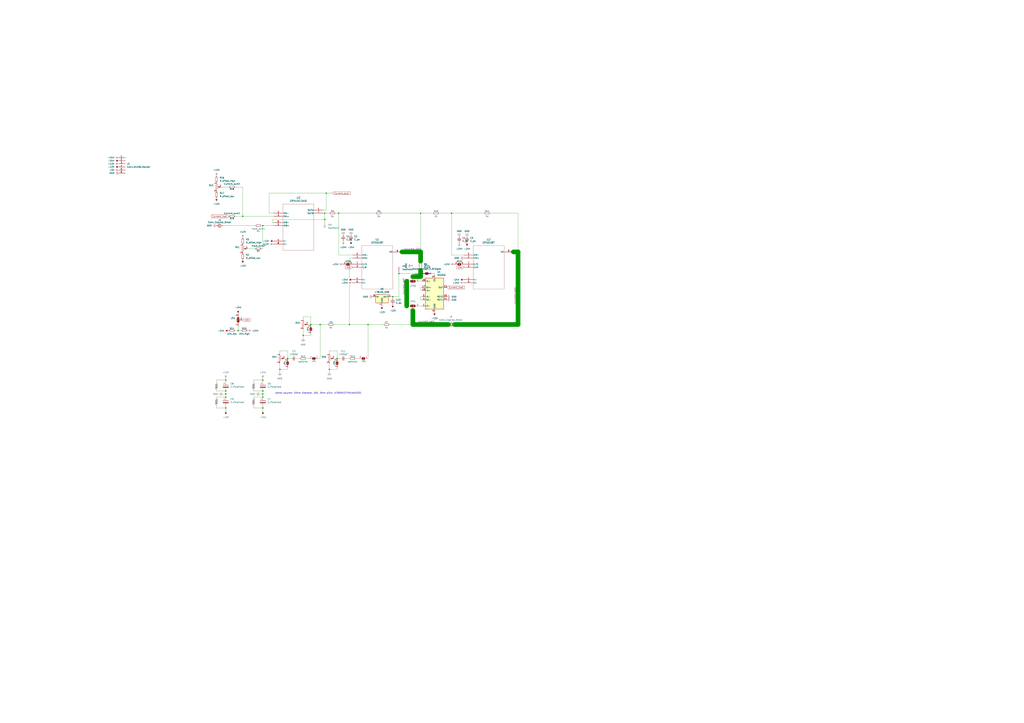
<source format=kicad_sch>
(kicad_sch (version 20231120) (generator "eeschema") (generator_version "8.0")
  (paper "A1")
  (lib_symbols
    (symbol "2024-04-29_03-14-05:OPA548T" (pin_names (offset 0.254))
      (property "Reference" "U" (at 20.32 12.7 0))
      (property "Value" "OPA548T" (at 20.32 10.16 0))
      (symbol "OPA548T_0_1"
        (pin input line (at 0 -2.54 0) (length 7.62) (name "VIN+") (number "1"))
        (pin input line (at 0 0 0) (length 7.62) (name "VIN-") (number "2"))
        (pin unspecified line (at 0 -10.16 0) (length 7.62) (name "ILIM") (number "3"))
        (pin power_in line (at 0 -20.32 0) (length 7.62) (name "V-") (number "4"))
        (pin power_in line (at 0 -22.86 0) (length 7.62) (name "V+") (number "5"))
        (pin output line (at 40.64 2.54 180) (length 7.62) (name "VO") (number "6"))
        (pin unspecified line (at 0 -7.62 0) (length 7.62) (name "E/S") (number "7"))
      )
    )
    (symbol "2024-04-29_04-04-11:OPA1612AID" (pin_names (offset 0.254))
      (property "Reference" "U" (at 20.32 12.7 0))
      (property "Value" "OPA1612AID" (at 20.32 10.16 0))
      (symbol "OPA1612AID_0_1"
        (pin output line (at 40.64 2.54 180) (length 7.62) (name "OUTA") (number "1"))
        (pin input line (at 0 0 0) (length 7.62) (name "INA-") (number "2"))
        (pin input line (at 0 -2.54 0) (length 7.62) (name "INA+") (number "3"))
        (pin power_in line (at 0 -22.86 0) (length 7.62) (name "V-") (number "4"))
        (pin input line (at 0 -10.16 0) (length 7.62) (name "INB+") (number "5"))
        (pin input line (at 0 -7.62 0) (length 7.62) (name "INB-") (number "6"))
        (pin output line (at 40.64 0 180) (length 7.62) (name "OUTB") (number "7"))
        (pin power_in line (at 0 -25.4 0) (length 7.62) (name "V+") (number "8"))
      )
    )
    (symbol "Amplifier_Current:INA253"
      (property "Reference" "U" (at -8.89 13.97 0))
      (property "Value" "INA253" (at 6.35 13.97 0))
      (symbol "INA253_1_1"
        (pin passive line (at -10.16 -10.16 0) (length 2.54) (name "IS-") (number "1"))
        (pin passive line (at 10.16 -2.54 180) (length 2.54) (name "REF2") (number "10"))
        (pin passive line (at 10.16 -5.08 180) (length 2.54) (name "REF1") (number "11"))
        (pin no_connect line (at 7.62 0 180) (length 2.54) hide (name "NC") (number "12"))
        (pin output line (at 10.16 5.08 180) (length 2.54) (name "OUT") (number "13"))
        (pin no_connect line (at 7.62 10.16 180) (length 2.54) hide (name "DNC2") (number "14"))
        (pin passive line (at 0 -15.24 90) (length 2.54) hide (name "GND") (number "15"))
        (pin passive line (at -10.16 2.54 0) (length 2.54) (name "IN+") (number "16"))
        (pin passive line (at -10.16 5.08 0) (length 2.54) (name "SH+") (number "17"))
        (pin passive line (at -10.16 10.16 0) (length 2.54) hide (name "IS+") (number "18"))
        (pin passive line (at -10.16 10.16 0) (length 2.54) hide (name "IS+") (number "19"))
        (pin passive line (at -10.16 -10.16 0) (length 2.54) hide (name "IS-") (number "2"))
        (pin passive line (at -10.16 10.16 0) (length 2.54) (name "IS+") (number "20"))
        (pin passive line (at -10.16 -10.16 0) (length 2.54) hide (name "IS-") (number "3"))
        (pin passive line (at -10.16 -5.08 0) (length 2.54) (name "SH-") (number "4"))
        (pin passive line (at -10.16 -2.54 0) (length 2.54) (name "IN-") (number "5"))
        (pin power_in line (at 0 -15.24 90) (length 2.54) (name "GND") (number "6"))
        (pin no_connect line (at 7.62 7.62 180) (length 2.54) hide (name "DNC1") (number "7"))
        (pin no_connect line (at 7.62 2.54 180) (length 2.54) hide (name "NC") (number "8"))
        (pin power_in line (at 0 15.24 270) (length 2.54) (name "VS") (number "9"))
      )
    )
    (symbol "Connector:Conn_01x06_Socket" (pin_names (offset 1.016) hide)
      (property "Reference" "J" (at 0 7.62 0))
      (property "Value" "Conn_01x06_Socket" (at 0 -10.16 0))
      (symbol "Conn_01x06_Socket_1_1"
        (pin passive line (at -5.08 5.08 0) (length 3.81) (name "Pin_1") (number "1"))
        (pin passive line (at -5.08 2.54 0) (length 3.81) (name "Pin_2") (number "2"))
        (pin passive line (at -5.08 0 0) (length 3.81) (name "Pin_3") (number "3"))
        (pin passive line (at -5.08 -2.54 0) (length 3.81) (name "Pin_4") (number "4"))
        (pin passive line (at -5.08 -5.08 0) (length 3.81) (name "Pin_5") (number "5"))
        (pin passive line (at -5.08 -7.62 0) (length 3.81) (name "Pin_6") (number "6"))
      )
    )
    (symbol "Connector:Conn_Coaxial_Small" (pin_numbers hide) (pin_names (offset 1.016) hide)
      (property "Reference" "J" (at 0.254 3.048 0))
      (property "Value" "Conn_Coaxial_Small" (at 0 -3.81 0))
      (symbol "Conn_Coaxial_Small_1_1"
        (pin passive line (at -2.54 0 0) (length 1.27) (name "In") (number "1"))
        (pin passive line (at 2.54 0 180) (length 1.27) (name "Ext") (number "2"))
      )
    )
    (symbol "Connector:TestPoint" (pin_numbers hide) (pin_names (offset 0.762) hide)
      (property "Reference" "TP" (at 0 6.858 0))
      (property "Value" "TestPoint" (at 0 5.08 0))
      (symbol "TestPoint_1_1"
        (pin passive line (at 0 0 90) (length 2.54) (name "1") (number "1"))
      )
    )
    (symbol "Device:C_Polarized" (pin_numbers hide) (pin_names (offset 0.254))
      (property "Reference" "C" (at 0.635 2.54 0))
      (property "Value" "C_Polarized" (at 0.635 -2.54 0))
      (symbol "C_Polarized_1_1"
        (pin passive line (at 0 3.81 270) (length 2.794) (name "~") (number "1"))
        (pin passive line (at 0 -3.81 90) (length 2.794) (name "~") (number "2"))
      )
    )
    (symbol "Device:C_Small" (pin_numbers hide) (pin_names (offset 0.254) hide)
      (property "Reference" "C" (at 0.254 1.778 0))
      (property "Value" "C_Small" (at 0.254 -2.032 0))
      (symbol "C_Small_1_1"
        (pin passive line (at 0 2.54 270) (length 2.032) (name "~") (number "1"))
        (pin passive line (at 0 -2.54 90) (length 2.032) (name "~") (number "2"))
      )
    )
    (symbol "Device:R" (pin_numbers hide) (pin_names (offset 0))
      (property "Reference" "R8" (at 2.54 1.2701 0))
      (property "Value" "Shunt" (at 2.54 -1.2699 0))
      (symbol "R_1_1"
        (pin passive line (at 0 3.81 270) (length 1.27) (name "~") (number "1"))
        (pin passive line (at 0 -3.81 90) (length 1.27) (name "~") (number "2"))
        (pin passive line (at -7.62 0 0) (length 1.27) (name "~") (number "3"))
      )
    )
    (symbol "Device:R_Potentiometer_US" (pin_names (offset 1.016) hide)
      (property "Reference" "RV" (at -4.445 0 90))
      (property "Value" "R_Potentiometer_US" (at -2.54 0 90))
      (symbol "R_Potentiometer_US_1_1"
        (pin passive line (at 0 3.81 270) (length 1.27) (name "1") (number "1"))
        (pin passive line (at 3.81 0 180) (length 1.27) (name "2") (number "2"))
        (pin passive line (at 0 -3.81 90) (length 1.27) (name "3") (number "3"))
      )
    )
    (symbol "Device:R_Small" (pin_numbers hide) (pin_names (offset 0.254) hide)
      (property "Reference" "R" (at 0.762 0.508 0))
      (property "Value" "R_Small" (at 0.762 -1.016 0))
      (symbol "R_Small_1_1"
        (pin passive line (at 0 2.54 270) (length 0.762) (name "~") (number "1"))
        (pin passive line (at 0 -2.54 90) (length 0.762) (name "~") (number "2"))
      )
    )
    (symbol "Device:R_US" (pin_numbers hide) (pin_names (offset 0))
      (property "Reference" "R" (at 2.54 0 90))
      (property "Value" "R_US" (at -2.54 0 90))
      (symbol "R_US_1_1"
        (pin passive line (at 0 3.81 270) (length 1.27) (name "~") (number "1"))
        (pin passive line (at 0 -3.81 90) (length 1.27) (name "~") (number "2"))
      )
    )
    (symbol "Jumper:SolderJumper_2_Bridged" (pin_numbers hide) (pin_names (offset 0) hide) (exclude_from_sim yes) (in_bom no)
      (property "Reference" "JP" (at 0 2.032 0))
      (property "Value" "SolderJumper_2_Bridged" (at 0 -2.54 0))
      (symbol "SolderJumper_2_Bridged_1_1"
        (pin passive line (at -3.81 0 0) (length 2.54) (name "A") (number "1"))
        (pin passive line (at 3.81 0 180) (length 2.54) (name "B") (number "2"))
      )
    )
    (symbol "Jumper:SolderJumper_2_Open" (pin_names (offset 0) hide)
      (property "Reference" "JP" (at 0 2.032 0))
      (property "Value" "SolderJumper_2_Open" (at 0 -2.54 0))
      (symbol "SolderJumper_2_Open_1_1"
        (pin passive line (at -3.81 0 0) (length 2.54) (name "A") (number "1"))
        (pin passive line (at 3.81 0 180) (length 2.54) (name "B") (number "2"))
      )
    )
    (symbol "Jumper:SolderJumper_3_Open" (pin_names (offset 0) hide)
      (property "Reference" "JP" (at -2.54 -2.54 0))
      (property "Value" "SolderJumper_3_Open" (at 0 2.794 0))
      (symbol "SolderJumper_3_Open_1_1"
        (pin passive line (at -5.08 0 0) (length 2.54) (name "A") (number "1"))
        (pin passive line (at 0 -3.81 90) (length 2.54) (name "C") (number "2"))
        (pin passive line (at 5.08 0 180) (length 2.54) (name "B") (number "3"))
      )
    )
    (symbol "Regulator_Linear:L78L05_SO8" (pin_names (offset 0.254))
      (property "Reference" "U" (at -3.81 3.175 0))
      (property "Value" "L78L05_SO8" (at 0 3.175 0))
      (symbol "L78L05_SO8_1_1"
        (pin power_out line (at 7.62 0 180) (length 2.54) (name "OUT") (number "1"))
        (pin passive line (at 0 -7.62 90) (length 2.54) hide (name "GND") (number "2"))
        (pin passive line (at 0 -7.62 90) (length 2.54) hide (name "GND") (number "3"))
        (pin no_connect line (at -5.08 -2.54 0) (length 2.54) hide (name "NC") (number "4"))
        (pin no_connect line (at 5.08 -2.54 180) (length 2.54) hide (name "NC") (number "5"))
        (pin passive line (at 0 -7.62 90) (length 2.54) hide (name "GND") (number "6"))
        (pin power_in line (at 0 -7.62 90) (length 2.54) (name "GND") (number "7"))
        (pin power_in line (at -7.62 0 0) (length 2.54) (name "IN") (number "8"))
      )
    )
    (symbol "power:+12V" (power) (pin_numbers hide) (pin_names (offset 0) hide)
      (property "Value" "+12V" (at 0 3.556 0))
      (symbol "+12V_1_1"
        (pin power_in line (at 0 0 90) (length 0) (name "~") (number "1"))
      )
    )
    (symbol "power:+24V" (power) (pin_numbers hide) (pin_names (offset 0) hide)
      (property "Value" "+24V" (at 0 3.556 0))
      (symbol "+24V_1_1"
        (pin power_in line (at 0 0 90) (length 0) (name "~") (number "1"))
      )
    )
    (symbol "power:+5V" (power) (pin_numbers hide) (pin_names (offset 0) hide)
      (property "Value" "+5V" (at 0 3.556 0))
      (symbol "+5V_1_1"
        (pin power_in line (at 0 0 90) (length 0) (name "~") (number "1"))
      )
    )
    (symbol "power:-12V" (power) (pin_numbers hide) (pin_names (offset 0) hide)
      (property "Value" "-12V" (at 0 3.556 0))
      (symbol "-12V_0_0"
        (pin power_in line (at 0 0 90) (length 0) (name "~") (number "1"))
      )
    )
    (symbol "power:-24V" (power) (pin_numbers hide) (pin_names (offset 0) hide)
      (property "Value" "-24V" (at 0 3.556 0))
      (symbol "-24V_0_0"
        (pin power_in line (at 0 0 90) (length 0) (name "~") (number "1"))
      )
    )
    (symbol "power:GND" (power) (pin_numbers hide) (pin_names (offset 0) hide)
      (property "Value" "GND" (at 0 -3.81 0))
      (symbol "GND_1_1"
        (pin power_in line (at 0 0 270) (length 0) (name "~") (number "1"))
      )
    )
  )
  (junction (at 185.42 312.42))
  (junction (at 195.58 271.78))
  (junction (at 215.9 321.31))
  (junction (at 276.86 294.64))
  (junction (at 339.09 266.7))
  (junction (at 248.92 275.59))
  (junction (at 215.9 323.85))
  (junction (at 215.9 326.39))
  (junction (at 185.42 323.85))
  (junction (at 370.84 175.26))
  (junction (at 287.02 266.7))
  (junction (at 425.45 207.01))
  (junction (at 229.87 303.53))
  (junction (at 199.39 177.8))
  (junction (at 266.7 180.34))
  (junction (at 215.9 335.28))
  (junction (at 302.26 266.7))
  (junction (at 270.51 303.53))
  (junction (at 345.44 207.01))
  (junction (at 185.42 321.31))
  (junction (at 327.66 224.79))
  (junction (at 236.22 294.64))
  (junction (at 215.9 185.42))
  (junction (at 278.13 175.26))
  (junction (at 262.89 266.7))
  (junction (at 322.58 243.84))
  (junction (at 267.97 158.75))
  (junction (at 185.42 326.39))
  (junction (at 255.27 266.7))
  (junction (at 266.7 175.26))
  (junction (at 345.44 175.26))
  (junction (at 215.9 312.42))
  (junction (at 185.42 335.28))
  (wire (pts (xy 334.01 231.14) (xy 334.01 251.46)) (stroke (width 3.81)))
  (wire (pts (xy 185.42 321.31) (xy 185.42 323.85)))
  (wire (pts (xy 262.89 266.7) (xy 269.24 266.7)))
  (wire (pts (xy 182.88 323.85) (xy 185.42 323.85)))
  (wire (pts (xy 327.66 243.84) (xy 322.58 243.84)))
  (wire (pts (xy 185.42 337.82) (xy 185.42 335.28)))
  (wire (pts (xy 220.98 175.26) (xy 220.98 158.75)))
  (wire (pts (xy 236.22 302.26) (xy 236.22 303.53)))
  (wire (pts (xy 330.2 207.01) (xy 345.44 207.01)) (stroke (width 3.81)))
  (wire (pts (xy 276.86 302.26) (xy 276.86 303.53)))
  (wire (pts (xy 248.92 275.59) (xy 248.92 278.13)))
  (wire (pts (xy 223.52 182.88) (xy 223.52 180.34)))
  (wire (pts (xy 229.87 290.83) (xy 229.87 288.29)))
  (wire (pts (xy 322.58 243.84) (xy 322.58 245.11)))
  (wire (pts (xy 354.33 224.79) (xy 356.87 224.79)))
  (wire (pts (xy 345.44 243.84) (xy 345.44 246.38)))
  (wire (pts (xy 302.26 266.7) (xy 302.26 294.64)))
  (wire (pts (xy 344.17 231.14) (xy 346.71 231.14)))
  (wire (pts (xy 215.9 326.39) (xy 215.9 323.85)))
  (wire (pts (xy 346.71 246.38) (xy 345.44 246.38)))
  (wire (pts (xy 302.26 266.7) (xy 287.02 266.7)))
  (wire (pts (xy 339.09 255.27) (xy 339.09 266.7)) (stroke (width 3.81)))
  (wire (pts (xy 193.04 271.78) (xy 195.58 271.78)))
  (wire (pts (xy 185.42 335.28) (xy 185.42 334.01)))
  (wire (pts (xy 267.97 158.75) (xy 273.05 158.75)))
  (wire (pts (xy 402.59 175.26) (xy 425.45 175.26)))
  (wire (pts (xy 185.42 326.39) (xy 185.42 323.85)))
  (wire (pts (xy 185.42 311.15) (xy 185.42 312.42)))
  (wire (pts (xy 177.8 326.39) (xy 185.42 326.39)))
  (wire (pts (xy 243.84 294.64) (xy 246.38 294.64)))
  (wire (pts (xy 208.28 312.42) (xy 215.9 312.42)))
  (wire (pts (xy 236.22 288.29) (xy 236.22 294.64)))
  (wire (pts (xy 370.84 209.55) (xy 381 209.55)))
  (wire (pts (xy 356.87 224.79) (xy 356.87 226.06)))
  (wire (pts (xy 346.71 238.76) (xy 345.44 238.76)))
  (wire (pts (xy 425.45 266.7) (xy 425.45 207.01)) (stroke (width 3.81)))
  (wire (pts (xy 266.7 180.34) (xy 266.7 182.88)))
  (wire (pts (xy 248.92 260.35) (xy 255.27 260.35)))
  (wire (pts (xy 177.8 321.31) (xy 185.42 321.31)))
  (wire (pts (xy 208.28 335.28) (xy 215.9 335.28)))
  (wire (pts (xy 229.87 303.53) (xy 229.87 306.07)))
  (wire (pts (xy 370.84 209.55) (xy 370.84 175.26)))
  (wire (pts (xy 182.88 185.42) (xy 209.55 185.42)))
  (wire (pts (xy 287.02 212.09) (xy 287.02 266.7)))
  (wire (pts (xy 276.86 294.64) (xy 279.4 294.64)))
  (wire (pts (xy 292.1 294.64) (xy 294.64 294.64)))
  (wire (pts (xy 278.13 175.26) (xy 278.13 209.55)))
  (wire (pts (xy 208.28 312.42) (xy 208.28 313.69)))
  (wire (pts (xy 251.46 294.64) (xy 254 294.64)))
  (wire (pts (xy 177.8 335.28) (xy 185.42 335.28)))
  (wire (pts (xy 276.86 288.29) (xy 276.86 294.64)))
  (wire (pts (xy 208.28 321.31) (xy 215.9 321.31)))
  (wire (pts (xy 276.86 294.64) (xy 274.32 294.64)))
  (wire (pts (xy 255.27 274.32) (xy 255.27 275.59)))
  (wire (pts (xy 261.62 294.64) (xy 262.89 294.64)))
  (wire (pts (xy 255.27 266.7) (xy 252.73 266.7)))
  (wire (pts (xy 262.89 294.64) (xy 262.89 266.7)))
  (wire (pts (xy 215.9 321.31) (xy 215.9 323.85)))
  (wire (pts (xy 345.44 207.01) (xy 345.44 175.26)))
  (wire (pts (xy 236.22 294.64) (xy 238.76 294.64)))
  (wire (pts (xy 208.28 335.28) (xy 208.28 334.01)))
  (wire (pts (xy 215.9 204.47) (xy 215.9 185.42)))
  (wire (pts (xy 213.36 323.85) (xy 215.9 323.85)))
  (wire (pts (xy 223.52 180.34) (xy 266.7 180.34)))
  (wire (pts (xy 270.51 290.83) (xy 270.51 288.29)))
  (wire (pts (xy 370.84 175.26) (xy 360.68 175.26)))
  (wire (pts (xy 255.27 260.35) (xy 255.27 266.7)))
  (wire (pts (xy 224.79 175.26) (xy 220.98 175.26)))
  (wire (pts (xy 278.13 209.55) (xy 289.56 209.55)))
  (wire (pts (xy 327.66 224.79) (xy 346.71 224.79)))
  (wire (pts (xy 346.71 236.22) (xy 345.44 236.22)))
  (wire (pts (xy 229.87 298.45) (xy 229.87 303.53)))
  (wire (pts (xy 289.56 212.09) (xy 287.02 212.09)))
  (wire (pts (xy 215.9 311.15) (xy 215.9 312.42)))
  (wire (pts (xy 320.04 266.7) (xy 339.09 266.7)))
  (wire (pts (xy 346.71 243.84) (xy 345.44 243.84)))
  (wire (pts (xy 209.55 204.47) (xy 203.2 204.47)))
  (wire (pts (xy 248.92 262.89) (xy 248.92 260.35)))
  (wire (pts (xy 214.63 204.47) (xy 215.9 204.47)))
  (wire (pts (xy 373.38 266.7) (xy 425.45 266.7)) (stroke (width 3.81)))
  (wire (pts (xy 321.31 243.84) (xy 322.58 243.84)))
  (wire (pts (xy 274.32 266.7) (xy 287.02 266.7)))
  (wire (pts (xy 370.84 175.26) (xy 397.51 175.26)))
  (wire (pts (xy 270.51 288.29) (xy 276.86 288.29)))
  (wire (pts (xy 284.48 294.64) (xy 287.02 294.64)))
  (wire (pts (xy 327.66 224.79) (xy 327.66 243.84)))
  (wire (pts (xy 267.97 172.72) (xy 265.43 172.72)))
  (wire (pts (xy 215.9 337.82) (xy 215.9 335.28)))
  (wire (pts (xy 215.9 312.42) (xy 215.9 313.69)))
  (wire (pts (xy 220.98 158.75) (xy 267.97 158.75)))
  (wire (pts (xy 255.27 266.7) (xy 262.89 266.7)))
  (wire (pts (xy 195.58 271.78) (xy 195.58 267.97)))
  (wire (pts (xy 187.96 153.67) (xy 181.61 153.67)))
  (wire (pts (xy 177.8 312.42) (xy 185.42 312.42)))
  (wire (pts (xy 198.12 271.78) (xy 195.58 271.78)))
  (wire (pts (xy 425.45 207.01) (xy 421.64 207.01)) (stroke (width 3.81)))
  (wire (pts (xy 345.44 207.01) (xy 345.44 214.63)) (stroke (width 3.81)))
  (wire (pts (xy 267.97 158.75) (xy 267.97 172.72)))
  (wire (pts (xy 248.92 270.51) (xy 248.92 275.59)))
  (wire (pts (xy 215.9 335.28) (xy 215.9 334.01)))
  (wire (pts (xy 345.44 238.76) (xy 345.44 236.22)))
  (wire (pts (xy 265.43 175.26) (xy 266.7 175.26)))
  (wire (pts (xy 270.51 298.45) (xy 270.51 303.53)))
  (wire (pts (xy 266.7 180.34) (xy 266.7 175.26)))
  (wire (pts (xy 266.7 175.26) (xy 270.51 175.26)))
  (wire (pts (xy 314.96 266.7) (xy 302.26 266.7)))
  (wire (pts (xy 425.45 175.26) (xy 425.45 207.01)))
  (wire (pts (xy 270.51 303.53) (xy 270.51 306.07)))
  (wire (pts (xy 236.22 303.53) (xy 229.87 303.53)))
  (wire (pts (xy 199.39 177.8) (xy 199.39 153.67)))
  (wire (pts (xy 345.44 227.33) (xy 345.44 222.25)) (stroke (width 3.81)))
  (wire (pts (xy 327.66 223.52) (xy 327.66 224.79)))
  (wire (pts (xy 339.09 266.7) (xy 368.3 266.7)) (stroke (width 3.81)))
  (wire (pts (xy 199.39 153.67) (xy 193.04 153.67)))
  (wire (pts (xy 185.42 312.42) (xy 185.42 313.69)))
  (wire (pts (xy 208.28 326.39) (xy 215.9 326.39)))
  (wire (pts (xy 177.8 312.42) (xy 177.8 313.69)))
  (wire (pts (xy 199.39 177.8) (xy 224.79 177.8)))
  (wire (pts (xy 345.44 175.26) (xy 355.6 175.26)))
  (wire (pts (xy 193.04 177.8) (xy 199.39 177.8)))
  (wire (pts (xy 344.17 251.46) (xy 346.71 251.46)))
  (wire (pts (xy 339.09 227.33) (xy 345.44 227.33)) (stroke (width 3.81)))
  (wire (pts (xy 236.22 294.64) (xy 233.68 294.64)))
  (wire (pts (xy 215.9 185.42) (xy 214.63 185.42)))
  (wire (pts (xy 215.9 185.42) (xy 224.79 185.42)))
  (wire (pts (xy 275.59 175.26) (xy 278.13 175.26)))
  (wire (pts (xy 276.86 303.53) (xy 270.51 303.53)))
  (wire (pts (xy 229.87 288.29) (xy 236.22 288.29)))
  (wire (pts (xy 278.13 175.26) (xy 308.61 175.26)))
  (wire (pts (xy 223.52 182.88) (xy 224.79 182.88)))
  (wire (pts (xy 255.27 275.59) (xy 248.92 275.59)))
  (wire (pts (xy 177.8 335.28) (xy 177.8 334.01)))
  (wire (pts (xy 345.44 175.26) (xy 313.69 175.26)))
  (text "kemet polymer 10mm diameter, 50v, 5mm pitch, A750MV227M1HAAE020" (at 226.06 323.85 0) (effects (font (size 1.27 1.27)) (justify left bottom)))
  (global_label "Ilim" (shape input) (at 289.56 219.71 180) (property "Intersheetrefs" "${INTERSHEET_REFS}" (effects (hide yes))))
  (global_label "Current_ina1" (shape input) (at 367.03 236.22 0) (property "Intersheetrefs" "${INTERSHEET_REFS}" (effects (hide yes))))
  (global_label "Current_out1" (shape input) (at 273.05 158.75 0) (property "Intersheetrefs" "${INTERSHEET_REFS}" (effects (hide yes))))
  (global_label "Ilim" (shape input) (at 381 219.71 180) (property "Intersheetrefs" "${INTERSHEET_REFS}" (effects (hide yes))))
  (global_label "Current_ina1" (shape input) (at 187.96 177.8 180) (property "Intersheetrefs" "${INTERSHEET_REFS}" (effects (hide yes))))
  (global_label "Ilim" (shape input) (at 199.39 262.89 0) (property "Intersheetrefs" "${INTERSHEET_REFS}" (effects (hide yes))))
  (netclass_flag "" (length 2.54) (shape round) (at 341.63 227.33 0) (property "Netclass" "current_path" (at 342.3285 224.79 0) (effects (font (italic yes)) (justify left))))
  (netclass_flag "" (length 2.54) (shape round) (at 332.74 207.01 0) (property "Netclass" "current_path" (at 333.4385 204.47 0) (effects (font (italic yes)) (justify left))))
  (netclass_flag "" (length 2.54) (shape round) (at 334.01 241.3 90) (property "Netclass" "current_path" (at 331.47 240.6015 90) (effects (font (italic yes)) (justify left))))
  (netclass_flag "" (length 2.54) (shape round) (at 425.45 248.92 90) (property "Netclass" "current_path" (at 422.91 248.2215 90) (effects (font (italic yes)) (justify left))))
  (netclass_flag "" (length 2.54) (shape round) (at 344.17 266.7 0) (property "Netclass" "current_path" (at 344.8685 264.16 0) (effects (font (italic yes)) (justify left))))
  (symbol (lib_id "Device:C_Polarized") (at 215.9 317.5 0) (unit 1)
    (property "Reference" "C6" (at 219.71 315.341 0) (effects (justify left)))
    (property "Value" "C_Polarized" (at 219.71 317.881 0) (effects (justify left)))
    (property "Footprint" "Capacitor_THT:CP_Radial_D10.0mm_P5.00mm" (effects (hide yes)))
    (property "Datasheet" "A750MV227M1HAAE020" (effects (hide yes)))
  )
  (symbol (lib_id "Jumper:SolderJumper_3_Open") (at 339.09 251.46 0) (unit 1)
    (property "Reference" "JP21" (at 339.09 247.65 0))
    (property "Value" "SolderJumper_3_Open" (effects (hide yes)))
    (property "Footprint" "Jumper:SolderJumper-3_P1.3mm_Open_RoundedPad1.0x1.5mm" (effects (hide yes)))
    (property "Description" "Solder Jumper, 3-pole, open" (effects (hide yes)))
  )
  (symbol (lib_id "2024-04-29_03-14-05:OPA548T") (at 289.56 209.55 0) (unit 1)
    (property "Reference" "U1" (at 309.88 196.85 0) (effects (font (size 1.524 1.524))))
    (property "Value" "OPA548T" (at 309.88 199.39 0) (effects (font (size 1.524 1.524))))
    (property "Footprint" "my_local_lib:KVT7" (effects (hide yes)))
    (property "Datasheet" "OPA548T" (effects (hide yes)))
  )
  (symbol (lib_id "Device:R_Small") (at 273.05 175.26 270) (unit 1)
    (property "Reference" "R5" (at 273.05 173.482 90))
    (property "Value" "5k" (at 273.05 177.8 90))
    (property "Footprint" "Resistor_SMD:R_0603_1608Metric_Pad0.98x0.95mm_HandSolder" (effects (hide yes)))
    (property "Datasheet" "RT0603BRE075KL" (effects (hide yes)))
    (property "Description" "Resistor, small symbol" (effects (hide yes)))
  )
  (symbol (lib_id "Device:R_US") (at 177.8 317.5 180) (unit 1)
    (property "Reference" "R22" (at 177.8 317.5 90))
    (property "Value" "100k" (effects (hide yes)))
    (property "Footprint" "Resistor_SMD:R_0603_1608Metric_Pad0.98x0.95mm_HandSolder" (effects (hide yes)))
    (property "Datasheet" "CPF0603F100KC1" (effects (hide yes)))
  )
  (symbol (lib_id "2024-04-29_04-04-11:OPA1612AID") (at 224.79 175.26 0) (unit 1)
    (property "Reference" "U3" (at 245.11 162.56 0) (effects (font (size 1.524 1.524))))
    (property "Value" "OPA1612AID" (at 245.11 165.1 0) (effects (font (size 1.524 1.524))))
    (property "Footprint" "my_local_lib:D8" (effects (hide yes)))
    (property "Datasheet" "OPA1612AID" (effects (hide yes)))
  )
  (symbol (lib_id "power:+24V") (at 377.19 199.39 180) (unit 1)
    (property "Reference" "#PWR041" (effects (hide yes)))
    (property "Value" "+24V" (at 377.19 204.47 0))
    (property "Description" "Power symbol creates a global label with name \"+24V\"" (effects (hide yes)))
  )
  (symbol (lib_id "Jumper:SolderJumper_2_Open") (at 276.86 298.45 90) (unit 1)
    (property "Reference" "JP5" (at 274.574 298.45 0))
    (property "Value" "SolderJumper_2_Open" (effects (hide yes)))
    (property "Footprint" "Jumper:SolderJumper-2_P1.3mm_Open_RoundedPad1.0x1.5mm" (effects (hide yes)))
    (property "Description" "Solder Jumper, 2-pole, open" (effects (hide yes)))
  )
  (symbol (lib_id "power:GND") (at 367.03 246.38 90) (unit 1)
    (property "Reference" "#PWR04" (effects (hide yes)))
    (property "Value" "GND" (at 370.84 246.3799 90) (effects (justify right)))
    (property "Description" "Power symbol creates a global label with name \"GND\" , ground" (effects (hide yes)))
  )
  (symbol (lib_id "power:+24V") (at 281.94 198.12 180) (unit 1)
    (property "Reference" "#PWR040" (effects (hide yes)))
    (property "Value" "+24V" (at 281.94 203.2 0))
    (property "Description" "Power symbol creates a global label with name \"+24V\"" (effects (hide yes)))
  )
  (symbol (lib_id "Device:R_Small") (at 212.09 185.42 270) (unit 1)
    (property "Reference" "R4" (at 212.09 189.992 90))
    (property "Value" "Input_sum1" (at 212.09 187.96 90))
    (property "Footprint" "Resistor_SMD:R_0603_1608Metric_Pad0.98x0.95mm_HandSolder" (effects (hide yes)))
    (property "Description" "Resistor, small symbol" (effects (hide yes)))
  )
  (symbol (lib_id "power:-12V") (at 177.8 162.56 180) (unit 1)
    (property "Reference" "#PWR052" (effects (hide yes)))
    (property "Value" "-12V" (at 177.8 167.64 0))
    (property "Description" "Power symbol creates a global label with name \"-12V\"" (effects (hide yes)))
  )
  (symbol (lib_id "power:GND") (at 182.88 323.85 270) (unit 1)
    (property "Reference" "#PWR063" (effects (hide yes)))
    (property "Value" "GND" (at 179.07 323.85 90) (effects (justify right)))
  )
  (symbol (lib_id "Jumper:SolderJumper_3_Open") (at 195.58 262.89 90) (unit 1)
    (property "Reference" "JP2" (at 193.04 261.6199 90) (effects (justify left)))
    (property "Value" "SolderJumper_3_Open" (effects (hide yes)))
    (property "Footprint" "Jumper:SolderJumper-3_P1.3mm_Open_RoundedPad1.0x1.5mm" (effects (hide yes)))
    (property "Description" "Solder Jumper, 3-pole, open" (effects (hide yes)))
  )
  (symbol (lib_id "Jumper:SolderJumper_2_Open") (at 298.45 294.64 180) (unit 1)
    (property "Reference" "JP6" (at 298.45 296.926 0))
    (property "Value" "SolderJumper_2_Open" (effects (hide yes)))
    (property "Footprint" "Jumper:SolderJumper-2_P1.3mm_Open_RoundedPad1.0x1.5mm" (effects (hide yes)))
    (property "Description" "Solder Jumper, 2-pole, open" (effects (hide yes)))
  )
  (symbol (lib_id "Jumper:SolderJumper_2_Open") (at 257.81 294.64 180) (unit 1)
    (property "Reference" "JP4" (at 257.81 296.926 0))
    (property "Value" "SolderJumper_2_Open" (effects (hide yes)))
    (property "Footprint" "Jumper:SolderJumper-2_P1.3mm_Open_RoundedPad1.0x1.5mm" (effects (hide yes)))
    (property "Description" "Solder Jumper, 2-pole, open" (effects (hide yes)))
  )
  (symbol (lib_id "Device:R_Small") (at 199.39 210.82 180) (unit 1)
    (property "Reference" "R2" (at 201.93 209.5499 0) (effects (justify right)))
    (property "Value" "R_offset_low" (at 201.93 212.0899 0) (effects (justify right)))
    (property "Footprint" "Resistor_SMD:R_0603_1608Metric_Pad0.98x0.95mm_HandSolder" (effects (hide yes)))
    (property "Description" "Resistor, small symbol" (effects (hide yes)))
  )
  (symbol (lib_id "power:-24V") (at 383.54 199.39 180) (unit 1)
    (property "Reference" "#PWR036" (effects (hide yes)))
    (property "Value" "-24V" (at 383.54 204.47 0))
    (property "Description" "Power symbol creates a global label with name \"-24V\"" (effects (hide yes)))
  )
  (symbol (lib_id "power:GND") (at 381 212.09 270) (unit 1)
    (property "Reference" "#PWR03" (effects (hide yes)))
    (property "Value" "GND" (at 377.19 212.0899 90) (effects (justify right)))
    (property "Description" "Power symbol creates a global label with name \"GND\" , ground" (effects (hide yes)))
  )
  (symbol (lib_id "power:GND") (at 229.87 306.07 0) (unit 1)
    (property "Reference" "#PWR07" (effects (hide yes)))
    (property "Value" "GND" (at 229.87 311.15 0))
    (property "Description" "Power symbol creates a global label with name \"GND\" , ground" (effects (hide yes)))
  )
  (symbol (lib_id "Connector:Conn_Coaxial_Small") (at 180.34 185.42 180) (unit 1)
    (property "Reference" "J1" (at 180.34 180.848 0))
    (property "Value" "Conn_Coaxial_Small" (at 180.34 182.626 0))
    (property "Footprint" "Connector_Coaxial:BNC_Amphenol_B6252HB-NPP3G-50_Horizontal" (effects (hide yes)))
    (property "Description" "small coaxial connector (BNC, SMA, SMB, SMC, Cinch/RCA, LEMO, ...)" (effects (hide yes)))
  )
  (symbol (lib_id "power:-24V") (at 97.79 132.08 90) (unit 1)
    (property "Reference" "#PWR02" (effects (hide yes)))
    (property "Value" "-24V" (at 93.98 132.0799 90) (effects (justify left)))
    (property "Description" "Power symbol creates a global label with name \"-24V\"" (effects (hide yes)))
  )
  (symbol (lib_id "power:-12V") (at 199.39 213.36 180) (unit 1)
    (property "Reference" "#PWR047" (effects (hide yes)))
    (property "Value" "-12V" (at 199.39 218.44 0))
    (property "Description" "Power symbol creates a global label with name \"-12V\"" (effects (hide yes)))
  )
  (symbol (lib_id "power:GND") (at 337.82 218.44 270) (unit 1)
    (property "Reference" "#PWR026" (effects (hide yes)))
    (property "Value" "GND" (at 333.502 218.44 0))
    (property "Description" "Power symbol creates a global label with name \"GND\" , ground" (effects (hide yes)))
  )
  (symbol (lib_id "power:+24V") (at 97.79 129.54 90) (unit 1)
    (property "Reference" "#PWR055" (effects (hide yes)))
    (property "Value" "+24V" (at 93.98 129.5399 90) (effects (justify left)))
    (property "Description" "Power symbol creates a global label with name \"+24V\"" (effects (hide yes)))
  )
  (symbol (lib_id "Device:C_Small") (at 377.19 196.85 0) (unit 1)
    (property "Reference" "C1" (at 379.73 195.5862 0) (effects (justify left)))
    (property "Value" "C_ps" (at 379.73 198.1262 0) (effects (justify left)))
    (property "Footprint" "Capacitor_SMD:C_0603_1608Metric_Pad1.08x0.95mm_HandSolder" (effects (hide yes)))
    (property "Datasheet" "C0603C104J5RACTM" (effects (hide yes)))
    (property "Description" "Unpolarized capacitor, small symbol" (effects (hide yes)))
  )
  (symbol (lib_id "power:GND") (at 248.92 278.13 0) (unit 1)
    (property "Reference" "#PWR054" (effects (hide yes)))
    (property "Value" "GND" (at 248.92 283.21 0))
    (property "Description" "Power symbol creates a global label with name \"GND\" , ground" (effects (hide yes)))
  )
  (symbol (lib_id "power:+24V") (at 373.38 217.17 90) (unit 1)
    (property "Reference" "#PWR043" (effects (hide yes)))
    (property "Value" "+24V" (at 369.57 217.1699 90) (effects (justify left)))
    (property "Description" "Power symbol creates a global label with name \"+24V\"" (effects (hide yes)))
  )
  (symbol (lib_id "Device:C_Small") (at 288.29 195.58 0) (unit 1)
    (property "Reference" "C2" (at 290.83 194.3162 0) (effects (justify left)))
    (property "Value" "C_ps" (at 290.83 196.8562 0) (effects (justify left)))
    (property "Footprint" "Capacitor_SMD:C_0603_1608Metric_Pad1.08x0.95mm_HandSolder" (effects (hide yes)))
    (property "Datasheet" "C0603C104J5RACTM" (effects (hide yes)))
    (property "Description" "Unpolarized capacitor, small symbol" (effects (hide yes)))
  )
  (symbol (lib_id "power:-12V") (at 97.79 137.16 90) (unit 1)
    (property "Reference" "#PWR057" (effects (hide yes)))
    (property "Value" "-12V" (at 93.98 137.1599 90) (effects (justify left)))
    (property "Description" "Power symbol creates a global label with name \"-12V\"" (effects (hide yes)))
  )
  (symbol (lib_id "power:+12V") (at 199.39 195.58 0) (unit 1)
    (property "Reference" "#PWR049" (effects (hide yes)))
    (property "Value" "+12V" (at 199.39 190.5 0))
    (property "Description" "Power symbol creates a global label with name \"+12V\"" (effects (hide yes)))
  )
  (symbol (lib_id "power:-24V") (at 215.9 337.82 180) (unit 1)
    (property "Reference" "#PWR062" (effects (hide yes)))
    (property "Value" "-24V" (at 215.9 342.9 0))
  )
  (symbol (lib_id "Device:R_Potentiometer_US") (at 199.39 204.47 0) (unit 1)
    (property "Reference" "RV1" (at 196.85 203.1999 0) (effects (justify right)))
    (property "Value" "R_Potentiometer_US" (effects (hide yes)))
    (property "Footprint" "Potentiometer_SMD:Potentiometer_Bourns_3269P_Horizontal" (effects (hide yes)))
    (property "Datasheet" "3269P-1-502LF" (effects (hide yes)))
    (property "Description" "Potentiometer, US symbol" (effects (hide yes)))
  )
  (symbol (lib_id "Device:R_Small") (at 400.05 175.26 270) (unit 1)
    (property "Reference" "R11" (at 400.05 173.482 90))
    (property "Value" "5k" (at 400.05 177.8 90))
    (property "Footprint" "Resistor_SMD:R_0603_1608Metric_Pad0.98x0.95mm_HandSolder" (effects (hide yes)))
    (property "Datasheet" "RT0603BRE075KL" (effects (hide yes)))
    (property "Description" "Resistor, small symbol" (effects (hide yes)))
  )
  (symbol (lib_id "power:-24V") (at 288.29 198.12 180) (unit 1)
    (property "Reference" "#PWR035" (effects (hide yes)))
    (property "Value" "-24V" (at 288.29 203.2 0))
    (property "Description" "Power symbol creates a global label with name \"-24V\"" (effects (hide yes)))
  )
  (symbol (lib_id "Device:C_Polarized") (at 185.42 330.2 0) (unit 1)
    (property "Reference" "C9" (at 189.23 328.041 0) (effects (justify left)))
    (property "Value" "C_Polarized" (at 189.23 330.581 0) (effects (justify left)))
    (property "Footprint" "Capacitor_THT:CP_Radial_D10.0mm_P5.00mm" (effects (hide yes)))
    (property "Datasheet" "A750MV227M1HAAE020" (effects (hide yes)))
  )
  (symbol (lib_id "Connector:Conn_01x06_Socket") (at 102.87 134.62 0) (unit 1)
    (property "Reference" "J2" (at 104.14 134.6199 0) (effects (justify left)))
    (property "Value" "Conn_01x06_Socket" (at 104.14 137.1599 0) (effects (justify left)))
    (property "Footprint" "Connector_Phoenix_MC:PhoenixContact_MC_1,5_6-GF-3.81_1x06_P3.81mm_Horizontal_ThreadedFlange_MountHole" (effects (hide yes)))
    (property "Datasheet" "https://www.mouser.com/ProductDetail/Phoenix-Contact/1827907?qs=Xflg4jNzfa5y060O8IrPDA%3D%3D" (effects (hide yes)))
    (property "Description" "Generic connector, single row, 01x06, script generated" (effects (hide yes)))
  )
  (symbol (lib_id "Jumper:SolderJumper_2_Open") (at 285.75 217.17 0) (unit 1)
    (property "Reference" "JP23" (at 285.75 214.884 0))
    (property "Value" "SolderJumper_2_Open" (effects (hide yes)))
    (property "Footprint" "Jumper:SolderJumper-2_P1.3mm_Open_RoundedPad1.0x1.5mm" (effects (hide yes)))
    (property "Description" "Solder Jumper, 2-pole, open" (effects (hide yes)))
  )
  (symbol (lib_id "power:+12V") (at 185.42 311.15 0) (unit 1)
    (property "Reference" "#PWR066" (effects (hide yes)))
    (property "Value" "+12V" (at 185.42 306.07 0))
    (property "Description" "Power symbol creates a global label with name \"+12V\"" (effects (hide yes)))
  )
  (symbol (lib_id "power:-24V") (at 195.58 257.81 0) (unit 1)
    (property "Reference" "#PWR033" (effects (hide yes)))
    (property "Value" "-24V" (at 195.58 252.73 0))
    (property "Description" "Power symbol creates a global label with name \"-24V\"" (effects (hide yes)))
  )
  (symbol (lib_id "power:+12V") (at 97.79 134.62 90) (unit 1)
    (property "Reference" "#PWR056" (effects (hide yes)))
    (property "Value" "+12V" (at 93.98 134.6199 90) (effects (justify left)))
    (property "Description" "Power symbol creates a global label with name \"+12V\"" (effects (hide yes)))
  )
  (symbol (lib_id "power:GND") (at 306.07 243.84 270) (unit 1)
    (property "Reference" "#PWR065" (effects (hide yes)))
    (property "Value" "GND" (at 302.26 243.8399 90) (effects (justify right)))
    (property "Description" "Power symbol creates a global label with name \"GND\" , ground" (effects (hide yes)))
  )
  (symbol (lib_id "Device:R_Small") (at 289.56 294.64 270) (unit 1)
    (property "Reference" "R13" (at 289.56 292.862 90))
    (property "Value" "optional" (at 289.56 297.18 90))
    (property "Footprint" "Resistor_SMD:R_0603_1608Metric_Pad0.98x0.95mm_HandSolder" (effects (hide yes)))
    (property "Description" "Resistor, small symbol" (effects (hide yes)))
  )
  (symbol (lib_id "power:GND") (at 177.8 185.42 270) (unit 1)
    (property "Reference" "#PWR01" (effects (hide yes)))
    (property "Value" "GND" (at 173.99 185.4199 90) (effects (justify right)))
    (property "Description" "Power symbol creates a global label with name \"GND\" , ground" (effects (hide yes)))
  )
  (symbol (lib_id "power:-12V") (at 224.79 198.12 90) (unit 1)
    (property "Reference" "#PWR048" (effects (hide yes)))
    (property "Value" "-12V" (at 220.98 198.1199 90) (effects (justify left)))
    (property "Description" "Power symbol creates a global label with name \"-12V\"" (effects (hide yes)))
  )
  (symbol (lib_id "Device:C_Small") (at 383.54 196.85 0) (unit 1)
    (property "Reference" "C5" (at 386.08 195.5862 0) (effects (justify left)))
    (property "Value" "C_ps" (at 386.08 198.1262 0) (effects (justify left)))
    (property "Footprint" "Capacitor_SMD:C_0603_1608Metric_Pad1.08x0.95mm_HandSolder" (effects (hide yes)))
    (property "Datasheet" "C0603C104J5RACTM" (effects (hide yes)))
    (property "Description" "Unpolarized capacitor, small symbol" (effects (hide yes)))
  )
  (symbol (lib_id "Device:R_Small") (at 311.15 175.26 270) (unit 1)
    (property "Reference" "R6" (at 311.15 173.482 90))
    (property "Value" "5k" (at 311.15 177.8 90))
    (property "Footprint" "Resistor_SMD:R_0603_1608Metric_Pad0.98x0.95mm_HandSolder" (effects (hide yes)))
    (property "Datasheet" "RT0603BRE075KL" (effects (hide yes)))
    (property "Description" "Resistor, small symbol" (effects (hide yes)))
  )
  (symbol (lib_id "Connector:TestPoint") (at 327.66 223.52 0) (unit 1)
    (property "Reference" "TP2" (at 330.2 218.9479 0) (effects (justify left)))
    (property "Value" "TestPoint" (at 330.2 221.4879 0) (effects (justify left)))
    (property "Footprint" "Connector_PinSocket_2.54mm:PinSocket_1x01_P2.54mm_Vertical" (effects (hide yes)))
    (property "Description" "test point" (effects (hide yes)))
  )
  (symbol (lib_id "power:GND") (at 377.19 194.31 180) (unit 1)
    (property "Reference" "#PWR030" (effects (hide yes)))
    (property "Value" "GND" (at 377.19 189.992 0))
    (property "Description" "Power symbol creates a global label with name \"GND\" , ground" (effects (hide yes)))
  )
  (symbol (lib_id "power:+24V") (at 215.9 311.15 0) (unit 1)
    (property "Reference" "#PWR061" (effects (hide yes)))
    (property "Value" "+24V" (at 215.9 306.07 0))
  )
  (symbol (lib_id "Device:C_Small") (at 281.94 294.64 90) (unit 1)
    (property "Reference" "C11" (at 281.9463 288.6097 90))
    (property "Value" "1200pf" (at 281.9463 291.1497 90))
    (property "Footprint" "Capacitor_SMD:C_0603_1608Metric_Pad1.08x0.95mm_HandSolder" (effects (hide yes)))
    (property "Datasheet" "C0603C122F5GACTU" (effects (hide yes)))
    (property "Description" "Unpolarized capacitor, small symbol" (effects (hide yes)))
  )
  (symbol (lib_id "Device:R") (at 345.44 218.44 0) (unit 1)
    (property "Reference" "R8" (at 347.98 217.1699 0) (effects (justify left)))
    (property "Value" "Shunt" (at 347.98 219.7099 0) (effects (justify left)))
    (property "Footprint" "my_local_lib:TO-263-2_TabPin1" (effects (hide yes)))
    (property "Datasheet" "PWR263S-35-1R00FE" (effects (hide yes)))
    (property "Description" "Resistor" (effects (hide yes)))
  )
  (symbol (lib_id "Device:C_Small") (at 281.94 195.58 0) (unit 1)
    (property "Reference" "C4" (at 284.48 194.3162 0) (effects (justify left)))
    (property "Value" "C_ps" (at 284.48 196.8562 0) (effects (justify left)))
    (property "Footprint" "Capacitor_SMD:C_0603_1608Metric_Pad1.08x0.95mm_HandSolder" (effects (hide yes)))
    (property "Datasheet" "C0603C104J5RACTM" (effects (hide yes)))
    (property "Description" "Unpolarized capacitor, small symbol" (effects (hide yes)))
  )
  (symbol (lib_id "Device:R_US") (at 208.28 317.5 180) (unit 1)
    (property "Reference" "R20" (at 208.28 317.5 90))
    (property "Value" "100k" (effects (hide yes)))
    (property "Footprint" "Resistor_SMD:R_0603_1608Metric_Pad0.98x0.95mm_HandSolder" (effects (hide yes)))
    (property "Datasheet" "CPF0603F100KC1" (effects (hide yes)))
  )
  (symbol (lib_id "Device:R_Small") (at 177.8 160.02 180) (unit 1)
    (property "Reference" "R17" (at 180.34 158.7499 0) (effects (justify right)))
    (property "Value" "R_offset_low" (at 180.34 161.2899 0) (effects (justify right)))
    (property "Footprint" "Resistor_SMD:R_0603_1608Metric_Pad0.98x0.95mm_HandSolder" (effects (hide yes)))
    (property "Description" "Resistor, small symbol" (effects (hide yes)))
  )
  (symbol (lib_id "Device:R_Small") (at 177.8 147.32 180) (unit 1)
    (property "Reference" "R16" (at 180.34 146.0499 0) (effects (justify right)))
    (property "Value" "R_offset_high" (at 180.34 148.5899 0) (effects (justify right)))
    (property "Footprint" "Resistor_SMD:R_0603_1608Metric_Pad0.98x0.95mm_HandSolder" (effects (hide yes)))
    (property "Description" "Resistor, small symbol" (effects (hide yes)))
  )
  (symbol (lib_id "Device:R_Potentiometer_US") (at 248.92 266.7 0) (unit 1)
    (property "Reference" "RV2" (at 246.38 265.4299 0) (effects (justify right)))
    (property "Value" "R_Potentiometer_US" (effects (hide yes)))
    (property "Footprint" "Potentiometer_SMD:Potentiometer_Bourns_3269P_Horizontal" (effects (hide yes)))
    (property "Datasheet" "3269P-1-502LF" (effects (hide yes)))
    (property "Description" "Potentiometer, US symbol" (effects (hide yes)))
  )
  (symbol (lib_id "Regulator_Linear:L78L05_SO8") (at 313.69 243.84 0) (unit 1)
    (property "Reference" "U5" (at 313.69 237.49 0))
    (property "Value" "L78L05_SO8" (at 313.69 240.03 0))
    (property "Footprint" "Package_SO:SOIC-8_3.9x4.9mm_P1.27mm" (effects (hide yes)))
    (property "Datasheet" "http://www.st.com/content/ccc/resource/technical/document/datasheet/15/55/e5/aa/23/5b/43/fd/CD00000446.pdf/files/CD00000446.pdf/jcr:content/translations/en.CD00000446.pdf" (effects (hide yes)))
    (property "Description" "Positive 100mA 30V Linear Regulator, Fixed Output 5V, SO-8" (effects (hide yes)))
  )
  (symbol (lib_id "power:+5V") (at 97.79 139.7 90) (unit 1)
    (property "Reference" "#PWR058" (effects (hide yes)))
    (property "Value" "+5V" (at 93.98 139.6999 90) (effects (justify left)))
    (property "Description" "Power symbol creates a global label with name \"+5V\"" (effects (hide yes)))
  )
  (symbol (lib_id "Device:C_Polarized") (at 185.42 317.5 0) (unit 1)
    (property "Reference" "C8" (at 189.23 315.341 0) (effects (justify left)))
    (property "Value" "C_Polarized" (at 189.23 317.881 0) (effects (justify left)))
    (property "Footprint" "Capacitor_THT:CP_Radial_D10.0mm_P5.00mm" (effects (hide yes)))
    (property "Datasheet" "A750MV227M1HAAE020" (effects (hide yes)))
  )
  (symbol (lib_id "power:-12V") (at 356.87 256.54 180) (unit 1)
    (property "Reference" "#PWR068" (effects (hide yes)))
    (property "Value" "-12V" (at 356.87 261.62 0))
    (property "Description" "Power symbol creates a global label with name \"-12V\"" (effects (hide yes)))
  )
  (symbol (lib_id "Device:C_Polarized") (at 215.9 330.2 0) (unit 1)
    (property "Reference" "C7" (at 219.71 328.041 0) (effects (justify left)))
    (property "Value" "C_Polarized" (at 219.71 330.581 0) (effects (justify left)))
    (property "Footprint" "Capacitor_THT:CP_Radial_D10.0mm_P5.00mm" (effects (hide yes)))
    (property "Datasheet" "A750MV227M1HAAE020" (effects (hide yes)))
  )
  (symbol (lib_id "Connector:Conn_Coaxial_Small") (at 370.84 266.7 0) (unit 1)
    (property "Reference" "J5" (at 370.3204 260.35 0))
    (property "Value" "Conn_Coaxial_Small" (at 370.3204 262.89 0))
    (property "Footprint" "Connector_Coaxial:BNC_Amphenol_B6252HB-NPP3G-50_Horizontal" (effects (hide yes)))
    (property "Datasheet" " ~" (effects (hide yes)))
    (property "Description" "small coaxial connector (BNC, SMA, SMB, SMC, Cinch/RCA, LEMO, ...)" (effects (hide yes)))
  )
  (symbol (lib_id "power:-24V") (at 187.96 271.78 90) (unit 1)
    (property "Reference" "#PWR046" (effects (hide yes)))
    (property "Value" "-24V" (at 184.15 271.7799 90) (effects (justify left)))
    (property "Description" "Power symbol creates a global label with name \"-24V\"" (effects (hide yes)))
  )
  (symbol (lib_id "power:+12V") (at 224.79 200.66 90) (unit 1)
    (property "Reference" "#PWR050" (effects (hide yes)))
    (property "Value" "+12V" (at 220.98 200.6599 90) (effects (justify left)))
    (property "Description" "Power symbol creates a global label with name \"+12V\"" (effects (hide yes)))
  )
  (symbol (lib_id "Jumper:SolderJumper_2_Open") (at 255.27 270.51 90) (unit 1)
    (property "Reference" "JP3" (at 252.984 270.51 0))
    (property "Value" "SolderJumper_2_Open" (effects (hide yes)))
    (property "Footprint" "Jumper:SolderJumper-2_P1.3mm_Open_RoundedPad1.0x1.5mm" (effects (hide yes)))
    (property "Description" "Solder Jumper, 2-pole, open" (effects (hide yes)))
  )
  (symbol (lib_id "Device:R_Potentiometer_US") (at 229.87 294.64 0) (unit 1)
    (property "Reference" "RV4" (at 227.33 293.3699 0) (effects (justify right)))
    (property "Value" "R_Potentiometer_US" (effects (hide yes)))
    (property "Footprint" "Potentiometer_SMD:Potentiometer_Bourns_3269P_Horizontal" (effects (hide yes)))
    (property "Datasheet" "3224W-1-104G or 3269P-1-504LF" (effects (hide yes)))
    (property "Description" "Potentiometer, US symbol" (effects (hide yes)))
  )
  (symbol (lib_id "power:GND") (at 281.94 193.04 180) (unit 1)
    (property "Reference" "#PWR028" (effects (hide yes)))
    (property "Value" "GND" (at 281.94 188.722 0))
    (property "Description" "Power symbol creates a global label with name \"GND\" , ground" (effects (hide yes)))
  )
  (symbol (lib_id "Device:R_Small") (at 199.39 198.12 180) (unit 1)
    (property "Reference" "R3" (at 201.93 196.8499 0) (effects (justify right)))
    (property "Value" "R_offset_high" (at 201.93 199.3899 0) (effects (justify right)))
    (property "Footprint" "Resistor_SMD:R_0603_1608Metric_Pad0.98x0.95mm_HandSolder" (effects (hide yes)))
    (property "Description" "Resistor, small symbol" (effects (hide yes)))
  )
  (symbol (lib_id "Jumper:SolderJumper_2_Bridged") (at 350.52 224.79 0) (unit 1) (exclude_from_sim yes) (in_bom no)
    (property "Reference" "JP24" (at 350.52 218.44 0))
    (property "Value" "SolderJumper_2_Bridged" (at 350.52 220.98 0))
    (property "Footprint" "Jumper:SolderJumper-2_P1.3mm_Bridged_RoundedPad1.0x1.5mm" (effects (hide yes)))
    (property "Description" "Solder Jumper, 2-pole, closed/bridged" (effects (hide yes)))
  )
  (symbol (lib_id "Device:R_Small") (at 271.78 266.7 270) (unit 1)
    (property "Reference" "R9" (at 271.78 264.922 90))
    (property "Value" "5k" (at 271.78 269.24 90))
    (property "Footprint" "Resistor_SMD:R_0603_1608Metric_Pad0.98x0.95mm_HandSolder" (effects (hide yes)))
    (property "Datasheet" "RT0603BRE075KL" (effects (hide yes)))
    (property "Description" "Resistor, small symbol" (effects (hide yes)))
  )
  (symbol (lib_id "power:+24V") (at 381 232.41 90) (unit 1)
    (property "Reference" "#PWR042" (effects (hide yes)))
    (property "Value" "+24V" (at 377.19 232.4099 90) (effects (justify left)))
    (property "Description" "Power symbol creates a global label with name \"+24V\"" (effects (hide yes)))
  )
  (symbol (lib_id "power:GND") (at 367.03 243.84 90) (unit 1)
    (property "Reference" "#PWR05" (effects (hide yes)))
    (property "Value" "GND" (at 370.84 243.8399 90) (effects (justify right)))
    (property "Description" "Power symbol creates a global label with name \"GND\" , ground" (effects (hide yes)))
  )
  (symbol (lib_id "Device:C_Small") (at 322.58 247.65 0) (unit 1)
    (property "Reference" "C10" (at 325.12 246.3862 0) (effects (justify left)))
    (property "Value" "C_ps" (at 325.12 248.9262 0) (effects (justify left)))
    (property "Footprint" "Capacitor_SMD:C_0603_1608Metric_Pad1.08x0.95mm_HandSolder" (effects (hide yes)))
    (property "Datasheet" "C0603C104J5RACTM" (effects (hide yes)))
    (property "Description" "Unpolarized capacitor, small symbol" (effects (hide yes)))
  )
  (symbol (lib_id "power:+12V") (at 177.8 144.78 0) (unit 1)
    (property "Reference" "#PWR051" (effects (hide yes)))
    (property "Value" "+12V" (at 177.8 139.7 0))
    (property "Description" "Power symbol creates a global label with name \"+12V\"" (effects (hide yes)))
  )
  (symbol (lib_id "Device:R_Small") (at 190.5 271.78 270) (unit 1)
    (property "Reference" "R14" (at 190.5 270.002 90))
    (property "Value" "Ilim_low" (at 190.5 274.32 90))
    (property "Footprint" "Resistor_SMD:R_0603_1608Metric_Pad0.98x0.95mm_HandSolder" (effects (hide yes)))
    (property "Description" "Resistor, small symbol" (effects (hide yes)))
  )
  (symbol (lib_id "power:GND") (at 288.29 193.04 180) (unit 1)
    (property "Reference" "#PWR029" (effects (hide yes)))
    (property "Value" "GND" (at 288.29 188.722 0))
    (property "Description" "Power symbol creates a global label with name \"GND\" , ground" (effects (hide yes)))
  )
  (symbol (lib_id "Device:R_US") (at 177.8 330.2 180) (unit 1)
    (property "Reference" "R23" (at 177.8 330.2 90))
    (property "Value" "100k" (effects (hide yes)))
    (property "Footprint" "Resistor_SMD:R_0603_1608Metric_Pad0.98x0.95mm_HandSolder" (effects (hide yes)))
    (property "Datasheet" "CPF0603F100KC1" (effects (hide yes)))
  )
  (symbol (lib_id "Device:C_Small") (at 241.3 294.64 90) (unit 1)
    (property "Reference" "C3" (at 241.3063 288.6097 90))
    (property "Value" "1200pf" (at 241.3063 291.1497 90))
    (property "Footprint" "Capacitor_SMD:C_0603_1608Metric_Pad1.08x0.95mm_HandSolder" (effects (hide yes)))
    (property "Datasheet" "C0603C122F5GACTU" (effects (hide yes)))
    (property "Description" "Unpolarized capacitor, small symbol" (effects (hide yes)))
  )
  (symbol (lib_id "Jumper:SolderJumper_2_Open") (at 377.19 217.17 0) (unit 1)
    (property "Reference" "JP22" (at 377.19 214.884 0))
    (property "Value" "SolderJumper_2_Open" (effects (hide yes)))
    (property "Footprint" "Jumper:SolderJumper-2_P1.3mm_Open_RoundedPad1.0x1.5mm" (effects (hide yes)))
    (property "Description" "Solder Jumper, 2-pole, open" (effects (hide yes)))
  )
  (symbol (lib_id "power:+24V") (at 203.2 271.78 270) (unit 1)
    (property "Reference" "#PWR037" (effects (hide yes)))
    (property "Value" "+24V" (at 207.01 271.7799 90) (effects (justify left)))
    (property "Description" "Power symbol creates a global label with name \"+24V\"" (effects (hide yes)))
  )
  (symbol (lib_id "power:-12V") (at 313.69 251.46 180) (unit 1)
    (property "Reference" "#PWR06" (effects (hide yes)))
    (property "Value" "-12V" (at 313.69 256.54 0))
    (property "Description" "Power symbol creates a global label with name \"-12V\"" (effects (hide yes)))
  )
  (symbol (lib_id "power:GND") (at 97.79 142.24 270) (unit 1)
    (property "Reference" "#PWR059" (effects (hide yes)))
    (property "Value" "GND" (at 93.98 142.2401 90) (effects (justify right)))
    (property "Description" "Power symbol creates a global label with name \"GND\" , ground" (effects (hide yes)))
  )
  (symbol (lib_id "Jumper:SolderJumper_2_Open") (at 236.22 298.45 90) (unit 1)
    (property "Reference" "JP1" (at 233.934 298.45 0))
    (property "Value" "SolderJumper_2_Open" (effects (hide yes)))
    (property "Footprint" "Jumper:SolderJumper-2_P1.3mm_Open_RoundedPad1.0x1.5mm" (effects (hide yes)))
    (property "Description" "Solder Jumper, 2-pole, open" (effects (hide yes)))
  )
  (symbol (lib_id "power:+24V") (at 281.94 217.17 90) (unit 1)
    (property "Reference" "#PWR069" (effects (hide yes)))
    (property "Value" "+24V" (at 278.13 217.1699 90) (effects (justify left)))
    (property "Description" "Power symbol creates a global label with name \"+24V\"" (effects (hide yes)))
  )
  (symbol (lib_id "Device:R_Small") (at 190.5 177.8 90) (unit 1)
    (property "Reference" "R19" (at 190.5 179.578 90))
    (property "Value" "Current_sum1" (at 190.5 175.26 90))
    (property "Footprint" "Resistor_SMD:R_0603_1608Metric_Pad0.98x0.95mm_HandSolder" (effects (hide yes)))
    (property "Description" "Resistor, small symbol" (effects (hide yes)))
  )
  (symbol (lib_id "Device:R_Potentiometer_US") (at 177.8 153.67 0) (unit 1)
    (property "Reference" "RV3" (at 175.26 152.3999 0) (effects (justify right)))
    (property "Value" "R_Potentiometer_US" (effects (hide yes)))
    (property "Footprint" "Potentiometer_SMD:Potentiometer_Bourns_3269P_Horizontal" (effects (hide yes)))
    (property "Datasheet" "3269P-1-502LF" (effects (hide yes)))
    (property "Description" "Potentiometer, US symbol" (effects (hide yes)))
  )
  (symbol (lib_id "Device:R_US") (at 208.28 330.2 180) (unit 1)
    (property "Reference" "R21" (at 208.28 330.2 90))
    (property "Value" "100k" (effects (hide yes)))
    (property "Footprint" "Resistor_SMD:R_0603_1608Metric_Pad0.98x0.95mm_HandSolder" (effects (hide yes)))
    (property "Datasheet" "CPF0603F100KC1" (effects (hide yes)))
  )
  (symbol (lib_id "power:+24V") (at 289.56 232.41 90) (unit 1)
    (property "Reference" "#PWR039" (effects (hide yes)))
    (property "Value" "+24V" (at 285.75 232.4099 90) (effects (justify left)))
    (property "Description" "Power symbol creates a global label with name \"+24V\"" (effects (hide yes)))
  )
  (symbol (lib_id "power:GND") (at 383.54 194.31 180) (unit 1)
    (property "Reference" "#PWR031" (effects (hide yes)))
    (property "Value" "GND" (at 383.54 189.992 0))
    (property "Description" "Power symbol creates a global label with name \"GND\" , ground" (effects (hide yes)))
  )
  (symbol (lib_id "Device:R_Small") (at 358.14 175.26 270) (unit 1)
    (property "Reference" "R10" (at 358.14 173.482 90))
    (property "Value" "5k" (at 358.14 177.8 90))
    (property "Footprint" "Resistor_SMD:R_0603_1608Metric_Pad0.98x0.95mm_HandSolder" (effects (hide yes)))
    (property "Datasheet" "RT0603BRE075KL" (effects (hide yes)))
    (property "Description" "Resistor, small symbol" (effects (hide yes)))
  )
  (symbol (lib_id "Connector:TestPoint") (at 266.7 182.88 180) (unit 1)
    (property "Reference" "TP1" (at 269.24 184.9119 0) (effects (justify right)))
    (property "Value" "TestPoint" (at 269.24 187.4519 0) (effects (justify right)))
    (property "Footprint" "Connector_PinSocket_2.54mm:PinSocket_1x01_P2.54mm_Vertical" (effects (hide yes)))
    (property "Description" "test point" (effects (hide yes)))
  )
  (symbol (lib_id "power:GND") (at 270.51 306.07 0) (unit 1)
    (property "Reference" "#PWR08" (effects (hide yes)))
    (property "Value" "GND" (at 270.51 311.15 0))
    (property "Description" "Power symbol creates a global label with name \"GND\" , ground" (effects (hide yes)))
  )
  (symbol (lib_id "power:-12V") (at 185.42 337.82 180) (unit 1)
    (property "Reference" "#PWR067" (effects (hide yes)))
    (property "Value" "-12V" (at 185.42 342.9 0))
    (property "Description" "Power symbol creates a global label with name \"-12V\"" (effects (hide yes)))
  )
  (symbol (lib_id "power:-24V") (at 381 229.87 90) (unit 1)
    (property "Reference" "#PWR032" (effects (hide yes)))
    (property "Value" "-24V" (at 377.19 229.8699 90) (effects (justify left)))
    (property "Description" "Power symbol creates a global label with name \"-24V\"" (effects (hide yes)))
  )
  (symbol (lib_id "2024-04-29_03-14-05:OPA548T") (at 381 209.55 0) (unit 1)
    (property "Reference" "U2" (at 401.32 196.85 0) (effects (font (size 1.524 1.524))))
    (property "Value" "OPA548T" (at 401.32 199.39 0) (effects (font (size 1.524 1.524))))
    (property "Footprint" "my_local_lib:KVT7" (effects (hide yes)))
    (property "Datasheet" "OPA548T" (effects (hide yes)))
  )
  (symbol (lib_id "Device:R_Small") (at 212.09 204.47 90) (unit 1)
    (property "Reference" "R1" (at 212.09 206.248 90))
    (property "Value" "Input_sum2" (at 212.09 201.93 90))
    (property "Footprint" "Resistor_SMD:R_0603_1608Metric_Pad0.98x0.95mm_HandSolder" (effects (hide yes)))
    (property "Description" "Resistor, small symbol" (effects (hide yes)))
  )
  (symbol (lib_id "Jumper:SolderJumper_3_Open") (at 339.09 231.14 180) (unit 1)
    (property "Reference" "JP20" (at 339.09 234.95 0))
    (property "Value" "SolderJumper_3_Open" (effects (hide yes)))
    (property "Footprint" "Jumper:SolderJumper-3_P1.3mm_Open_RoundedPad1.0x1.5mm" (effects (hide yes)))
    (property "Description" "Solder Jumper, 3-pole, open" (effects (hide yes)))
  )
  (symbol (lib_id "power:GND") (at 213.36 323.85 270) (unit 1)
    (property "Reference" "#PWR060" (effects (hide yes)))
    (property "Value" "GND" (at 209.55 323.85 90) (effects (justify right)))
  )
  (symbol (lib_id "Device:R_Small") (at 190.5 153.67 90) (unit 1)
    (property "Reference" "R18" (at 190.5 155.448 90))
    (property "Value" "Current_sum2" (at 190.5 151.13 90))
    (property "Footprint" "Resistor_SMD:R_0603_1608Metric_Pad0.98x0.95mm_HandSolder" (effects (hide yes)))
    (property "Description" "Resistor, small symbol" (effects (hide yes)))
  )
  (symbol (lib_id "Device:R_Small") (at 200.66 271.78 270) (unit 1)
    (property "Reference" "R15" (at 200.66 270.002 90))
    (property "Value" "Ilim_high" (at 200.66 274.32 90))
    (property "Footprint" "Resistor_SMD:R_0603_1608Metric_Pad0.98x0.95mm_HandSolder" (effects (hide yes)))
    (property "Description" "Resistor, small symbol" (effects (hide yes)))
  )
  (symbol (lib_id "Amplifier_Current:INA253") (at 356.87 241.3 0) (unit 1)
    (property "Reference" "U4" (at 359.0641 223.52 0) (effects (justify left)))
    (property "Value" "INA253" (at 359.0641 226.06 0) (effects (justify left)))
    (property "Footprint" "Package_SO:TSSOP-20_4.4x6.5mm_P0.65mm" (effects (hide yes)))
    (property "Datasheet" "http://www.ti.com/lit/ds/symlink/ina253.pdf" (effects (hide yes)))
    (property "Description" "High Voltage, Bidirectional, Zero-Drift, Current-ShuntMonitor With Integrated, 2-mΩ, Precision, Low Inductive Shunt Resistor, TSSOP-20" (effects (hide yes)))
  )
  (symbol (lib_id "Device:R_Small") (at 317.5 266.7 270) (unit 1)
    (property "Reference" "R7" (at 317.5 264.922 90))
    (property "Value" "5k" (at 317.5 269.24 90))
    (property "Footprint" "Resistor_SMD:R_0603_1608Metric_Pad0.98x0.95mm_HandSolder" (effects (hide yes)))
    (property "Datasheet" "RT0603BRE075KL" (effects (hide yes)))
    (property "Description" "Resistor, small symbol" (effects (hide yes)))
  )
  (symbol (lib_id "Device:R_Small") (at 248.92 294.64 270) (unit 1)
    (property "Reference" "R12" (at 248.92 292.862 90))
    (property "Value" "optional" (at 248.92 297.18 90))
    (property "Footprint" "Resistor_SMD:R_0603_1608Metric_Pad0.98x0.95mm_HandSolder" (effects (hide yes)))
    (property "Description" "Resistor, small symbol" (effects (hide yes)))
  )
  (symbol (lib_id "power:-24V") (at 289.56 229.87 90) (unit 1)
    (property "Reference" "#PWR044" (effects (hide yes)))
    (property "Value" "-24V" (at 285.75 229.8699 90) (effects (justify left)))
    (property "Description" "Power symbol creates a global label with name \"-24V\"" (effects (hide yes)))
  )
  (symbol (lib_id "Device:R_Potentiometer_US") (at 270.51 294.64 0) (unit 1)
    (property "Reference" "RV5" (at 267.97 293.3699 0) (effects (justify right)))
    (property "Value" "R_Potentiometer_US" (effects (hide yes)))
    (property "Footprint" "Potentiometer_SMD:Potentiometer_Bourns_3269P_Horizontal" (effects (hide yes)))
    (property "Datasheet" "3224W-1-104G or 3269P-1-504LF" (effects (hide yes)))
    (property "Description" "Potentiometer, US symbol" (effects (hide yes)))
  )
  (symbol (lib_id "power:-12V") (at 322.58 250.19 180) (unit 1)
    (property "Reference" "#PWR064" (effects (hide yes)))
    (property "Value" "-12V" (at 322.58 255.27 0))
    (property "Description" "Power symbol creates a global label with name \"-12V\"" (effects (hide yes)))
  )
)
</source>
